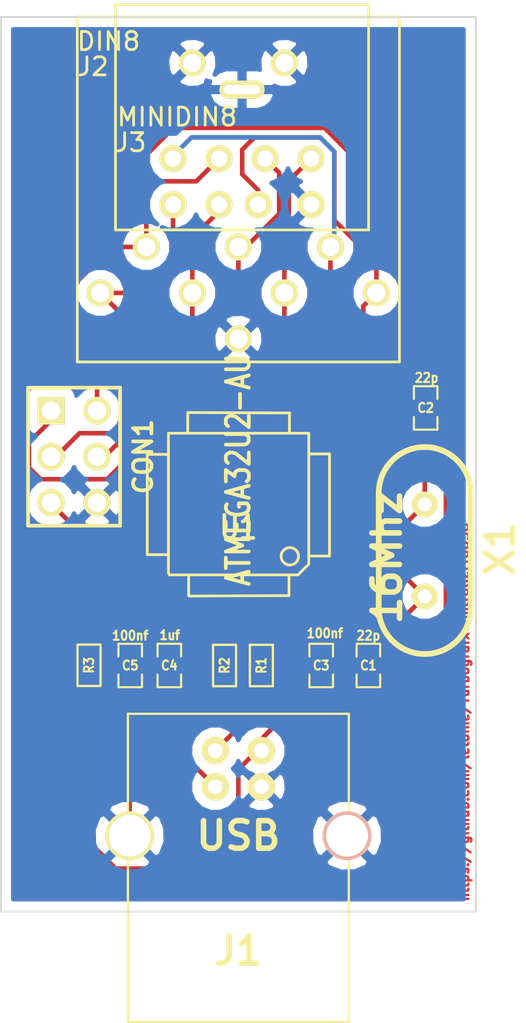
<source format=kicad_pcb>
(kicad_pcb (version 3) (host pcbnew "(22-Jun-2014 BZR 4027)-stable")

  (general
    (links 50)
    (no_connects 0)
    (area 196.8246 115.3962 233.540376 172.402501)
    (thickness 1.6)
    (drawings 8)
    (tracks 170)
    (zones 0)
    (modules 14)
    (nets 20)
  )

  (page A3)
  (layers
    (15 F.Cu signal)
    (0 B.Cu signal)
    (16 B.Adhes user)
    (17 F.Adhes user)
    (18 B.Paste user)
    (19 F.Paste user)
    (20 B.SilkS user)
    (21 F.SilkS user)
    (22 B.Mask user)
    (23 F.Mask user)
    (24 Dwgs.User user)
    (25 Cmts.User user)
    (26 Eco1.User user)
    (27 Eco2.User user)
    (28 Edge.Cuts user)
  )

  (setup
    (last_trace_width 0.254)
    (trace_clearance 0.254)
    (zone_clearance 0.508)
    (zone_45_only no)
    (trace_min 0.254)
    (segment_width 0.2)
    (edge_width 0.1)
    (via_size 0.889)
    (via_drill 0.635)
    (via_min_size 0.889)
    (via_min_drill 0.508)
    (uvia_size 0.508)
    (uvia_drill 0.127)
    (uvias_allowed no)
    (uvia_min_size 0.508)
    (uvia_min_drill 0.127)
    (pcb_text_width 0.3)
    (pcb_text_size 1.5 1.5)
    (mod_edge_width 0.15)
    (mod_text_size 1 1)
    (mod_text_width 0.15)
    (pad_size 1.5 1.5)
    (pad_drill 0.9)
    (pad_to_mask_clearance 0)
    (aux_axis_origin 210.566 158.0896)
    (visible_elements FFFFFFBF)
    (pcbplotparams
      (layerselection 3178497)
      (usegerberextensions true)
      (excludeedgelayer true)
      (linewidth 0.150000)
      (plotframeref false)
      (viasonmask false)
      (mode 1)
      (useauxorigin false)
      (hpglpennumber 1)
      (hpglpenspeed 20)
      (hpglpendiameter 15)
      (hpglpenoverlay 2)
      (psnegative false)
      (psa4output false)
      (plotreference true)
      (plotvalue true)
      (plotothertext true)
      (plotinvisibletext false)
      (padsonsilk false)
      (subtractmaskfromsilk false)
      (outputformat 1)
      (mirror false)
      (drillshape 1)
      (scaleselection 1)
      (outputdirectory ""))
  )

  (net 0 "")
  (net 1 DATA0)
  (net 2 DATA1)
  (net 3 DATA2)
  (net 4 DATA3)
  (net 5 DATA_SELECT)
  (net 6 GND)
  (net 7 MISO)
  (net 8 MOSI)
  (net 9 N-0000015)
  (net 10 N-0000016)
  (net 11 N-0000017)
  (net 12 N-0000025)
  (net 13 N-0000026)
  (net 14 N-0000027)
  (net 15 N-0000031)
  (net 16 RESET)
  (net 17 SCK)
  (net 18 VCC)
  (net 19 ~OE~)

  (net_class Default "Ceci est la Netclass par défaut"
    (clearance 0.254)
    (trace_width 0.254)
    (via_dia 0.889)
    (via_drill 0.635)
    (uvia_dia 0.508)
    (uvia_drill 0.127)
    (add_net "")
    (add_net DATA0)
    (add_net DATA1)
    (add_net DATA2)
    (add_net DATA3)
    (add_net DATA_SELECT)
    (add_net GND)
    (add_net MISO)
    (add_net MOSI)
    (add_net N-0000015)
    (add_net N-0000016)
    (add_net N-0000017)
    (add_net N-0000025)
    (add_net N-0000026)
    (add_net N-0000027)
    (add_net N-0000031)
    (add_net RESET)
    (add_net SCK)
    (add_net VCC)
    (add_net ~OE~)
  )

  (module USB_B (layer F.Cu) (tedit 48A935FA) (tstamp 53DD6FF2)
    (at 210.566 161.798)
    (tags USB)
    (path /53DB98C4)
    (fp_text reference J1 (at 0 6.35) (layer F.SilkS)
      (effects (font (size 1.524 1.524) (thickness 0.3048)))
    )
    (fp_text value USB (at 0 0) (layer F.SilkS)
      (effects (font (size 1.524 1.524) (thickness 0.3048)))
    )
    (fp_line (start -6.096 10.287) (end 6.096 10.287) (layer F.SilkS) (width 0.127))
    (fp_line (start 6.096 10.287) (end 6.096 -6.731) (layer F.SilkS) (width 0.127))
    (fp_line (start 6.096 -6.731) (end -6.096 -6.731) (layer F.SilkS) (width 0.127))
    (fp_line (start -6.096 -6.731) (end -6.096 10.287) (layer F.SilkS) (width 0.127))
    (pad 1 thru_hole circle (at 1.27 -4.699) (size 1.524 1.524) (drill 0.8128)
      (layers *.Cu *.Mask F.SilkS)
      (net 18 VCC)
    )
    (pad 2 thru_hole circle (at -1.27 -4.699) (size 1.524 1.524) (drill 0.8128)
      (layers *.Cu *.Mask F.SilkS)
      (net 10 N-0000016)
    )
    (pad 3 thru_hole circle (at -1.27 -2.70002) (size 1.524 1.524) (drill 0.8128)
      (layers *.Cu *.Mask F.SilkS)
      (net 11 N-0000017)
    )
    (pad 4 thru_hole circle (at 1.27 -2.70002) (size 1.524 1.524) (drill 0.8128)
      (layers *.Cu *.Mask F.SilkS)
      (net 6 GND)
    )
    (pad 5 np_thru_hole circle (at 5.99948 0) (size 2.70002 2.70002) (drill 2.30124)
      (layers *.Cu *.SilkS *.Mask)
      (net 6 GND)
    )
    (pad 6 thru_hole circle (at -5.99948 0) (size 2.70002 2.70002) (drill 2.30124)
      (layers *.Cu *.Mask F.SilkS)
      (net 6 GND)
    )
    (model connectors/USB_type_B.wrl
      (at (xyz 0 0 0.001))
      (scale (xyz 0.3937 0.3937 0.3937))
      (rotate (xyz 0 0 0))
    )
  )

  (module TQFP32 (layer F.Cu) (tedit 53DD7096) (tstamp 53DD7028)
    (at 210.566 143.51 180)
    (path /53DBB1ED)
    (fp_text reference U1 (at 0 -1.27 180) (layer F.SilkS)
      (effects (font (size 1.27 1.016) (thickness 0.2032)))
    )
    (fp_text value ATMEGA32U2-AU (at 0 1.905 270) (layer F.SilkS)
      (effects (font (size 1.27 1.016) (thickness 0.2032)))
    )
    (fp_line (start 5.0292 2.7686) (end 3.8862 2.7686) (layer F.SilkS) (width 0.1524))
    (fp_line (start 5.0292 -2.7686) (end 3.9116 -2.7686) (layer F.SilkS) (width 0.1524))
    (fp_line (start 5.0292 2.7686) (end 5.0292 -2.7686) (layer F.SilkS) (width 0.1524))
    (fp_line (start 2.794 3.9624) (end 2.794 5.0546) (layer F.SilkS) (width 0.1524))
    (fp_line (start -2.8194 3.9878) (end -2.8194 5.0546) (layer F.SilkS) (width 0.1524))
    (fp_line (start -2.8448 5.0546) (end 2.794 5.08) (layer F.SilkS) (width 0.1524))
    (fp_line (start -2.794 -5.0292) (end 2.7178 -5.0546) (layer F.SilkS) (width 0.1524))
    (fp_line (start -3.8862 -3.2766) (end -3.8862 3.9116) (layer F.SilkS) (width 0.1524))
    (fp_line (start 2.7432 -5.0292) (end 2.7432 -3.9878) (layer F.SilkS) (width 0.1524))
    (fp_line (start -3.2512 -3.8862) (end 3.81 -3.8862) (layer F.SilkS) (width 0.1524))
    (fp_line (start 3.8608 3.937) (end 3.8608 -3.7846) (layer F.SilkS) (width 0.1524))
    (fp_line (start -3.8862 3.937) (end 3.7338 3.937) (layer F.SilkS) (width 0.1524))
    (fp_line (start -5.0292 -2.8448) (end -5.0292 2.794) (layer F.SilkS) (width 0.1524))
    (fp_line (start -5.0292 2.794) (end -3.8862 2.794) (layer F.SilkS) (width 0.1524))
    (fp_line (start -3.87604 -3.302) (end -3.29184 -3.8862) (layer F.SilkS) (width 0.1524))
    (fp_line (start -5.02412 -2.8448) (end -3.87604 -2.8448) (layer F.SilkS) (width 0.1524))
    (fp_line (start -2.794 -3.8862) (end -2.794 -5.03428) (layer F.SilkS) (width 0.1524))
    (fp_circle (center -2.83972 -2.86004) (end -2.43332 -2.60604) (layer F.SilkS) (width 0.1524))
    (pad 8 smd rect (at -4.81584 2.77622 180) (size 1.99898 0.44958)
      (layers F.Cu F.Paste F.Mask)
      (net 4 DATA3)
    )
    (pad 7 smd rect (at -4.81584 1.97612 180) (size 1.99898 0.44958)
      (layers F.Cu F.Paste F.Mask)
      (net 2 DATA1)
    )
    (pad 6 smd rect (at -4.81584 1.17602 180) (size 1.99898 0.44958)
      (layers F.Cu F.Paste F.Mask)
      (net 19 ~OE~)
    )
    (pad 5 smd rect (at -4.81584 0.37592 180) (size 1.99898 0.44958)
      (layers F.Cu F.Paste F.Mask)
    )
    (pad 4 smd rect (at -4.81584 -0.42418 180) (size 1.99898 0.44958)
      (layers F.Cu F.Paste F.Mask)
      (net 18 VCC)
    )
    (pad 3 smd rect (at -4.81584 -1.22428 180) (size 1.99898 0.44958)
      (layers F.Cu F.Paste F.Mask)
      (net 6 GND)
    )
    (pad 2 smd rect (at -4.81584 -2.02438 180) (size 1.99898 0.44958)
      (layers F.Cu F.Paste F.Mask)
      (net 14 N-0000027)
    )
    (pad 1 smd rect (at -4.81584 -2.82448 180) (size 1.99898 0.44958)
      (layers F.Cu F.Paste F.Mask)
      (net 15 N-0000031)
    )
    (pad 24 smd rect (at 4.7498 -2.8194 180) (size 1.99898 0.44958)
      (layers F.Cu F.Paste F.Mask)
      (net 16 RESET)
    )
    (pad 17 smd rect (at 4.7498 2.794 180) (size 1.99898 0.44958)
      (layers F.Cu F.Paste F.Mask)
      (net 7 MISO)
    )
    (pad 18 smd rect (at 4.7498 1.9812 180) (size 1.99898 0.44958)
      (layers F.Cu F.Paste F.Mask)
    )
    (pad 19 smd rect (at 4.7498 1.1684 180) (size 1.99898 0.44958)
      (layers F.Cu F.Paste F.Mask)
    )
    (pad 20 smd rect (at 4.7498 0.381 180) (size 1.99898 0.44958)
      (layers F.Cu F.Paste F.Mask)
    )
    (pad 21 smd rect (at 4.7498 -0.4318 180) (size 1.99898 0.44958)
      (layers F.Cu F.Paste F.Mask)
    )
    (pad 22 smd rect (at 4.7498 -1.2192 180) (size 1.99898 0.44958)
      (layers F.Cu F.Paste F.Mask)
    )
    (pad 23 smd rect (at 4.7498 -2.032 180) (size 1.99898 0.44958)
      (layers F.Cu F.Paste F.Mask)
    )
    (pad 32 smd rect (at -2.82448 -4.826 180) (size 0.44958 1.99898)
      (layers F.Cu F.Paste F.Mask)
      (net 18 VCC)
    )
    (pad 31 smd rect (at -2.02692 -4.826 180) (size 0.44958 1.99898)
      (layers F.Cu F.Paste F.Mask)
      (net 18 VCC)
    )
    (pad 30 smd rect (at -1.22428 -4.826 180) (size 0.44958 1.99898)
      (layers F.Cu F.Paste F.Mask)
      (net 9 N-0000015)
    )
    (pad 29 smd rect (at -0.42672 -4.826 180) (size 0.44958 1.99898)
      (layers F.Cu F.Paste F.Mask)
      (net 13 N-0000026)
    )
    (pad 28 smd rect (at 0.37592 -4.826 180) (size 0.44958 1.99898)
      (layers F.Cu F.Paste F.Mask)
      (net 6 GND)
    )
    (pad 27 smd rect (at 1.17348 -4.826 180) (size 0.44958 1.99898)
      (layers F.Cu F.Paste F.Mask)
      (net 12 N-0000025)
    )
    (pad 26 smd rect (at 1.97612 -4.826 180) (size 0.44958 1.99898)
      (layers F.Cu F.Paste F.Mask)
    )
    (pad 25 smd rect (at 2.77368 -4.826 180) (size 0.44958 1.99898)
      (layers F.Cu F.Paste F.Mask)
    )
    (pad 9 smd rect (at -2.8194 4.7752 180) (size 0.44958 1.99898)
      (layers F.Cu F.Paste F.Mask)
      (net 1 DATA0)
    )
    (pad 10 smd rect (at -2.032 4.7752 180) (size 0.44958 1.99898)
      (layers F.Cu F.Paste F.Mask)
      (net 3 DATA2)
    )
    (pad 11 smd rect (at -1.2192 4.7752 180) (size 0.44958 1.99898)
      (layers F.Cu F.Paste F.Mask)
      (net 5 DATA_SELECT)
    )
    (pad 12 smd rect (at -0.4318 4.7752 180) (size 0.44958 1.99898)
      (layers F.Cu F.Paste F.Mask)
    )
    (pad 13 smd rect (at 0.3556 4.7752 180) (size 0.44958 1.99898)
      (layers F.Cu F.Paste F.Mask)
    )
    (pad 14 smd rect (at 1.1684 4.7752 180) (size 0.44958 1.99898)
      (layers F.Cu F.Paste F.Mask)
    )
    (pad 15 smd rect (at 1.9812 4.7752 180) (size 0.44958 1.99898)
      (layers F.Cu F.Paste F.Mask)
      (net 17 SCK)
    )
    (pad 16 smd rect (at 2.794 4.7752 180) (size 0.44958 1.99898)
      (layers F.Cu F.Paste F.Mask)
      (net 8 MOSI)
    )
    (model smd/tqfp32.wrl
      (at (xyz 0 0 0))
      (scale (xyz 1 1 1))
      (rotate (xyz 0 0 0))
    )
  )

  (module SM0603_Capa (layer F.Cu) (tedit 5467CB09) (tstamp 53DD7034)
    (at 206.756 152.4 90)
    (path /53DC158C)
    (attr smd)
    (fp_text reference C4 (at 0 0 180) (layer F.SilkS)
      (effects (font (size 0.508 0.4572) (thickness 0.1143)))
    )
    (fp_text value 1uf (at 1.6764 0.0254 180) (layer F.SilkS)
      (effects (font (size 0.508 0.4572) (thickness 0.1143)))
    )
    (fp_line (start 0.50038 0.65024) (end 1.19888 0.65024) (layer F.SilkS) (width 0.11938))
    (fp_line (start -0.50038 0.65024) (end -1.19888 0.65024) (layer F.SilkS) (width 0.11938))
    (fp_line (start 0.50038 -0.65024) (end 1.19888 -0.65024) (layer F.SilkS) (width 0.11938))
    (fp_line (start -1.19888 -0.65024) (end -0.50038 -0.65024) (layer F.SilkS) (width 0.11938))
    (fp_line (start 1.19888 -0.635) (end 1.19888 0.635) (layer F.SilkS) (width 0.11938))
    (fp_line (start -1.19888 0.635) (end -1.19888 -0.635) (layer F.SilkS) (width 0.11938))
    (pad 1 smd rect (at -0.762 0 90) (size 0.635 1.143)
      (layers F.Cu F.Paste F.Mask)
      (net 6 GND)
    )
    (pad 2 smd rect (at 0.762 0 90) (size 0.635 1.143)
      (layers F.Cu F.Paste F.Mask)
      (net 12 N-0000025)
    )
    (model smd\capacitors\C0603.wrl
      (at (xyz 0 0 0.001))
      (scale (xyz 0.5 0.5 0.5))
      (rotate (xyz 0 0 0))
    )
  )

  (module SM0603_Capa (layer F.Cu) (tedit 5051B1EC) (tstamp 53DD7040)
    (at 217.7415 152.4 270)
    (path /53DC159B)
    (attr smd)
    (fp_text reference C1 (at 0 0 360) (layer F.SilkS)
      (effects (font (size 0.508 0.4572) (thickness 0.1143)))
    )
    (fp_text value 22p (at -1.651 0 360) (layer F.SilkS)
      (effects (font (size 0.508 0.4572) (thickness 0.1143)))
    )
    (fp_line (start 0.50038 0.65024) (end 1.19888 0.65024) (layer F.SilkS) (width 0.11938))
    (fp_line (start -0.50038 0.65024) (end -1.19888 0.65024) (layer F.SilkS) (width 0.11938))
    (fp_line (start 0.50038 -0.65024) (end 1.19888 -0.65024) (layer F.SilkS) (width 0.11938))
    (fp_line (start -1.19888 -0.65024) (end -0.50038 -0.65024) (layer F.SilkS) (width 0.11938))
    (fp_line (start 1.19888 -0.635) (end 1.19888 0.635) (layer F.SilkS) (width 0.11938))
    (fp_line (start -1.19888 0.635) (end -1.19888 -0.635) (layer F.SilkS) (width 0.11938))
    (pad 1 smd rect (at -0.762 0 270) (size 0.635 1.143)
      (layers F.Cu F.Paste F.Mask)
      (net 15 N-0000031)
    )
    (pad 2 smd rect (at 0.762 0 270) (size 0.635 1.143)
      (layers F.Cu F.Paste F.Mask)
      (net 6 GND)
    )
    (model smd\capacitors\C0603.wrl
      (at (xyz 0 0 0.001))
      (scale (xyz 0.5 0.5 0.5))
      (rotate (xyz 0 0 0))
    )
  )

  (module SM0603_Capa (layer F.Cu) (tedit 5467CB15) (tstamp 53DD704C)
    (at 220.9038 138.176 90)
    (path /53DC15AA)
    (attr smd)
    (fp_text reference C2 (at 0 0 180) (layer F.SilkS)
      (effects (font (size 0.508 0.4572) (thickness 0.1143)))
    )
    (fp_text value 22p (at 1.6637 0.0508 180) (layer F.SilkS)
      (effects (font (size 0.508 0.4572) (thickness 0.1143)))
    )
    (fp_line (start 0.50038 0.65024) (end 1.19888 0.65024) (layer F.SilkS) (width 0.11938))
    (fp_line (start -0.50038 0.65024) (end -1.19888 0.65024) (layer F.SilkS) (width 0.11938))
    (fp_line (start 0.50038 -0.65024) (end 1.19888 -0.65024) (layer F.SilkS) (width 0.11938))
    (fp_line (start -1.19888 -0.65024) (end -0.50038 -0.65024) (layer F.SilkS) (width 0.11938))
    (fp_line (start 1.19888 -0.635) (end 1.19888 0.635) (layer F.SilkS) (width 0.11938))
    (fp_line (start -1.19888 0.635) (end -1.19888 -0.635) (layer F.SilkS) (width 0.11938))
    (pad 1 smd rect (at -0.762 0 90) (size 0.635 1.143)
      (layers F.Cu F.Paste F.Mask)
      (net 14 N-0000027)
    )
    (pad 2 smd rect (at 0.762 0 90) (size 0.635 1.143)
      (layers F.Cu F.Paste F.Mask)
      (net 6 GND)
    )
    (model smd\capacitors\C0603.wrl
      (at (xyz 0 0 0.001))
      (scale (xyz 0.5 0.5 0.5))
      (rotate (xyz 0 0 0))
    )
  )

  (module SM0603_Capa (layer F.Cu) (tedit 5467CB03) (tstamp 53DD7058)
    (at 215.138 152.4 90)
    (path /53DD214D)
    (attr smd)
    (fp_text reference C3 (at 0 0 180) (layer F.SilkS)
      (effects (font (size 0.508 0.4572) (thickness 0.1143)))
    )
    (fp_text value 100nf (at 1.778 0.2032 180) (layer F.SilkS)
      (effects (font (size 0.508 0.4572) (thickness 0.1143)))
    )
    (fp_line (start 0.50038 0.65024) (end 1.19888 0.65024) (layer F.SilkS) (width 0.11938))
    (fp_line (start -0.50038 0.65024) (end -1.19888 0.65024) (layer F.SilkS) (width 0.11938))
    (fp_line (start 0.50038 -0.65024) (end 1.19888 -0.65024) (layer F.SilkS) (width 0.11938))
    (fp_line (start -1.19888 -0.65024) (end -0.50038 -0.65024) (layer F.SilkS) (width 0.11938))
    (fp_line (start 1.19888 -0.635) (end 1.19888 0.635) (layer F.SilkS) (width 0.11938))
    (fp_line (start -1.19888 0.635) (end -1.19888 -0.635) (layer F.SilkS) (width 0.11938))
    (pad 1 smd rect (at -0.762 0 90) (size 0.635 1.143)
      (layers F.Cu F.Paste F.Mask)
      (net 6 GND)
    )
    (pad 2 smd rect (at 0.762 0 90) (size 0.635 1.143)
      (layers F.Cu F.Paste F.Mask)
      (net 18 VCC)
    )
    (model smd\capacitors\C0603.wrl
      (at (xyz 0 0 0.001))
      (scale (xyz 0.5 0.5 0.5))
      (rotate (xyz 0 0 0))
    )
  )

  (module SM0603 (layer F.Cu) (tedit 4E43A3D1) (tstamp 53DD7062)
    (at 211.836 152.4 90)
    (path /53DBBAFE)
    (attr smd)
    (fp_text reference R1 (at 0 0 90) (layer F.SilkS)
      (effects (font (size 0.508 0.4572) (thickness 0.1143)))
    )
    (fp_text value 22ohms (at 0 0 90) (layer F.SilkS) hide
      (effects (font (size 0.508 0.4572) (thickness 0.1143)))
    )
    (fp_line (start -1.143 -0.635) (end 1.143 -0.635) (layer F.SilkS) (width 0.127))
    (fp_line (start 1.143 -0.635) (end 1.143 0.635) (layer F.SilkS) (width 0.127))
    (fp_line (start 1.143 0.635) (end -1.143 0.635) (layer F.SilkS) (width 0.127))
    (fp_line (start -1.143 0.635) (end -1.143 -0.635) (layer F.SilkS) (width 0.127))
    (pad 1 smd rect (at -0.762 0 90) (size 0.635 1.143)
      (layers F.Cu F.Paste F.Mask)
      (net 10 N-0000016)
    )
    (pad 2 smd rect (at 0.762 0 90) (size 0.635 1.143)
      (layers F.Cu F.Paste F.Mask)
      (net 9 N-0000015)
    )
    (model smd\resistors\R0603.wrl
      (at (xyz 0 0 0.001))
      (scale (xyz 0.5 0.5 0.5))
      (rotate (xyz 0 0 0))
    )
  )

  (module SM0603 (layer F.Cu) (tedit 4E43A3D1) (tstamp 53DD706C)
    (at 209.804 152.4 90)
    (path /53DBBB0D)
    (attr smd)
    (fp_text reference R2 (at 0 0 90) (layer F.SilkS)
      (effects (font (size 0.508 0.4572) (thickness 0.1143)))
    )
    (fp_text value 22ohms (at 0 0 90) (layer F.SilkS) hide
      (effects (font (size 0.508 0.4572) (thickness 0.1143)))
    )
    (fp_line (start -1.143 -0.635) (end 1.143 -0.635) (layer F.SilkS) (width 0.127))
    (fp_line (start 1.143 -0.635) (end 1.143 0.635) (layer F.SilkS) (width 0.127))
    (fp_line (start 1.143 0.635) (end -1.143 0.635) (layer F.SilkS) (width 0.127))
    (fp_line (start -1.143 0.635) (end -1.143 -0.635) (layer F.SilkS) (width 0.127))
    (pad 1 smd rect (at -0.762 0 90) (size 0.635 1.143)
      (layers F.Cu F.Paste F.Mask)
      (net 11 N-0000017)
    )
    (pad 2 smd rect (at 0.762 0 90) (size 0.635 1.143)
      (layers F.Cu F.Paste F.Mask)
      (net 13 N-0000026)
    )
    (model smd\resistors\R0603.wrl
      (at (xyz 0 0 0.001))
      (scale (xyz 0.5 0.5 0.5))
      (rotate (xyz 0 0 0))
    )
  )

  (module SM0603 (layer F.Cu) (tedit 4E43A3D1) (tstamp 53DD7076)
    (at 202.3237 152.3873 90)
    (path /53DC1CB7)
    (attr smd)
    (fp_text reference R3 (at 0 0 90) (layer F.SilkS)
      (effects (font (size 0.508 0.4572) (thickness 0.1143)))
    )
    (fp_text value 10K (at 0 0 90) (layer F.SilkS) hide
      (effects (font (size 0.508 0.4572) (thickness 0.1143)))
    )
    (fp_line (start -1.143 -0.635) (end 1.143 -0.635) (layer F.SilkS) (width 0.127))
    (fp_line (start 1.143 -0.635) (end 1.143 0.635) (layer F.SilkS) (width 0.127))
    (fp_line (start 1.143 0.635) (end -1.143 0.635) (layer F.SilkS) (width 0.127))
    (fp_line (start -1.143 0.635) (end -1.143 -0.635) (layer F.SilkS) (width 0.127))
    (pad 1 smd rect (at -0.762 0 90) (size 0.635 1.143)
      (layers F.Cu F.Paste F.Mask)
      (net 18 VCC)
    )
    (pad 2 smd rect (at 0.762 0 90) (size 0.635 1.143)
      (layers F.Cu F.Paste F.Mask)
      (net 16 RESET)
    )
    (model smd\resistors\R0603.wrl
      (at (xyz 0 0 0.001))
      (scale (xyz 0.5 0.5 0.5))
      (rotate (xyz 0 0 0))
    )
  )

  (module pin_array_3x2 (layer F.Cu) (tedit 42931587) (tstamp 53DD7084)
    (at 201.4982 140.8684 270)
    (descr "Double rangee de contacts 2 x 4 pins")
    (tags CONN)
    (path /53DC1AF4)
    (fp_text reference CON1 (at 0 -3.81 270) (layer F.SilkS)
      (effects (font (size 1.016 1.016) (thickness 0.2032)))
    )
    (fp_text value AVR-ISP6 (at 0 3.81 270) (layer F.SilkS) hide
      (effects (font (size 1.016 1.016) (thickness 0.2032)))
    )
    (fp_line (start 3.81 2.54) (end -3.81 2.54) (layer F.SilkS) (width 0.2032))
    (fp_line (start -3.81 -2.54) (end 3.81 -2.54) (layer F.SilkS) (width 0.2032))
    (fp_line (start 3.81 -2.54) (end 3.81 2.54) (layer F.SilkS) (width 0.2032))
    (fp_line (start -3.81 2.54) (end -3.81 -2.54) (layer F.SilkS) (width 0.2032))
    (pad 1 thru_hole rect (at -2.54 1.27 270) (size 1.524 1.524) (drill 1.016)
      (layers *.Cu *.Mask F.SilkS)
      (net 7 MISO)
    )
    (pad 2 thru_hole circle (at -2.54 -1.27 270) (size 1.524 1.524) (drill 1.016)
      (layers *.Cu *.Mask F.SilkS)
      (net 18 VCC)
    )
    (pad 3 thru_hole circle (at 0 1.27 270) (size 1.524 1.524) (drill 1.016)
      (layers *.Cu *.Mask F.SilkS)
      (net 17 SCK)
    )
    (pad 4 thru_hole circle (at 0 -1.27 270) (size 1.524 1.524) (drill 1.016)
      (layers *.Cu *.Mask F.SilkS)
      (net 8 MOSI)
    )
    (pad 5 thru_hole circle (at 2.54 1.27 270) (size 1.524 1.524) (drill 1.016)
      (layers *.Cu *.Mask F.SilkS)
      (net 16 RESET)
    )
    (pad 6 thru_hole circle (at 2.54 -1.27 270) (size 1.524 1.524) (drill 1.016)
      (layers *.Cu *.Mask F.SilkS)
      (net 6 GND)
    )
    (model pin_array/pins_array_3x2.wrl
      (at (xyz 0 0 0))
      (scale (xyz 1 1 1))
      (rotate (xyz 0 0 0))
    )
  )

  (module HC-49V (layer F.Cu) (tedit 5467CB25) (tstamp 53DD7090)
    (at 220.853 146.05 90)
    (descr "Quartz boitier HC-49 Vertical")
    (tags "QUARTZ DEV")
    (path /53DBBAE1)
    (autoplace_cost180 10)
    (fp_text reference X1 (at 0.0889 4.1656 90) (layer F.SilkS)
      (effects (font (size 1.524 1.524) (thickness 0.3048)))
    )
    (fp_text value 16Mhz (at -0.4064 -2.0828 90) (layer F.SilkS)
      (effects (font (size 1.524 1.524) (thickness 0.3048)))
    )
    (fp_line (start -3.175 2.54) (end 3.175 2.54) (layer F.SilkS) (width 0.3175))
    (fp_line (start -3.175 -2.54) (end 3.175 -2.54) (layer F.SilkS) (width 0.3175))
    (fp_arc (start 3.175 0) (end 3.175 -2.54) (angle 90) (layer F.SilkS) (width 0.3175))
    (fp_arc (start 3.175 0) (end 5.715 0) (angle 90) (layer F.SilkS) (width 0.3175))
    (fp_arc (start -3.175 0) (end -5.715 0) (angle 90) (layer F.SilkS) (width 0.3175))
    (fp_arc (start -3.175 0) (end -3.175 2.54) (angle 90) (layer F.SilkS) (width 0.3175))
    (pad 1 thru_hole circle (at -2.54 0 90) (size 1.4224 1.4224) (drill 0.762)
      (layers *.Cu *.Mask F.SilkS)
      (net 15 N-0000031)
    )
    (pad 2 thru_hole circle (at 2.54 0 90) (size 1.4224 1.4224) (drill 0.762)
      (layers *.Cu *.Mask F.SilkS)
      (net 14 N-0000027)
    )
    (model discret/xtal/crystal_hc18u_vertical.wrl
      (at (xyz 0 0 0))
      (scale (xyz 1 1 0.2))
      (rotate (xyz 0 0 0))
    )
  )

  (module SM0603_Capa (layer F.Cu) (tedit 5051B1EC) (tstamp 53DE7E6D)
    (at 204.597 152.4 270)
    (path /53DE7D03)
    (attr smd)
    (fp_text reference C5 (at 0 0 360) (layer F.SilkS)
      (effects (font (size 0.508 0.4572) (thickness 0.1143)))
    )
    (fp_text value 100nf (at -1.651 0 360) (layer F.SilkS)
      (effects (font (size 0.508 0.4572) (thickness 0.1143)))
    )
    (fp_line (start 0.50038 0.65024) (end 1.19888 0.65024) (layer F.SilkS) (width 0.11938))
    (fp_line (start -0.50038 0.65024) (end -1.19888 0.65024) (layer F.SilkS) (width 0.11938))
    (fp_line (start 0.50038 -0.65024) (end 1.19888 -0.65024) (layer F.SilkS) (width 0.11938))
    (fp_line (start -1.19888 -0.65024) (end -0.50038 -0.65024) (layer F.SilkS) (width 0.11938))
    (fp_line (start 1.19888 -0.635) (end 1.19888 0.635) (layer F.SilkS) (width 0.11938))
    (fp_line (start -1.19888 0.635) (end -1.19888 -0.635) (layer F.SilkS) (width 0.11938))
    (pad 1 smd rect (at -0.762 0 270) (size 0.635 1.143)
      (layers F.Cu F.Paste F.Mask)
      (net 16 RESET)
    )
    (pad 2 smd rect (at 0.762 0 270) (size 0.635 1.143)
      (layers F.Cu F.Paste F.Mask)
      (net 6 GND)
    )
    (model smd\capacitors\C0603.wrl
      (at (xyz 0 0 0.001))
      (scale (xyz 0.5 0.5 0.5))
      (rotate (xyz 0 0 0))
    )
  )

  (module DIN-8-FEMALE (layer F.Cu) (tedit 5467CAA9) (tstamp 53E0EA70)
    (at 210.566 126.746 180)
    (path /53E0D96A)
    (fp_text reference J2 (at 8.0264 7.4168 180) (layer F.SilkS)
      (effects (font (size 1 1) (thickness 0.15)))
    )
    (fp_text value DIN8 (at 7.1628 8.8138 180) (layer F.SilkS)
      (effects (font (size 1 1) (thickness 0.15)))
    )
    (fp_line (start -8.89 -8.89) (end -8.89 10.16) (layer F.SilkS) (width 0.15))
    (fp_line (start -8.89 10.16) (end 8.89 10.16) (layer F.SilkS) (width 0.15))
    (fp_line (start 8.89 10.16) (end 8.89 -8.89) (layer F.SilkS) (width 0.15))
    (fp_line (start -8.89 -8.89) (end 8.89 -8.89) (layer F.SilkS) (width 0.15))
    (pad 1 thru_hole circle (at 5.08 -2.54 180) (size 1.5 1.5) (drill 1)
      (layers *.Cu *.Mask F.SilkS)
      (net 18 VCC)
    )
    (pad 2 thru_hole circle (at 0 -2.54 180) (size 1.5 1.5) (drill 1)
      (layers *.Cu *.Mask F.SilkS)
      (net 1 DATA0)
    )
    (pad 3 thru_hole circle (at -5.08 -2.54 180) (size 1.5 1.5) (drill 1)
      (layers *.Cu *.Mask F.SilkS)
      (net 2 DATA1)
    )
    (pad 4 thru_hole circle (at 2.54 -5.08 180) (size 1.5 1.5) (drill 1)
      (layers *.Cu *.Mask F.SilkS)
      (net 3 DATA2)
    )
    (pad 5 thru_hole circle (at -2.54 -5.08 180) (size 1.5 1.5) (drill 1)
      (layers *.Cu *.Mask F.SilkS)
      (net 4 DATA3)
    )
    (pad 6 thru_hole circle (at 7.62 -5.08 180) (size 1.5 1.5) (drill 1)
      (layers *.Cu *.Mask F.SilkS)
      (net 5 DATA_SELECT)
    )
    (pad 7 thru_hole circle (at -7.62 -5.08 180) (size 1.5 1.5) (drill 1)
      (layers *.Cu *.Mask F.SilkS)
      (net 19 ~OE~)
    )
    (pad 8 thru_hole circle (at 0 -7.62 180) (size 1.5 1.5) (drill 1)
      (layers *.Cu *.Mask F.SilkS)
      (net 6 GND)
    )
    (pad 9 thru_hole circle (at -2.54 7.62 180) (size 1.5 1.5) (drill 1)
      (layers *.Cu *.Mask F.SilkS)
      (net 6 GND)
    )
    (pad 9 thru_hole circle (at 2.54 7.62 180) (size 1.5 1.5) (drill 1)
      (layers *.Cu *.Mask F.SilkS)
      (net 6 GND)
    )
  )

  (module MINIDIN-8-FEMALE (layer F.Cu) (tedit 5467CAAE) (tstamp 5467B35F)
    (at 210.7692 115.9002)
    (path /5467B22D)
    (fp_text reference J3 (at -6.1468 7.62) (layer F.SilkS)
      (effects (font (size 1 1) (thickness 0.15)))
    )
    (fp_text value MINIDIN8 (at -3.5814 6.2103) (layer F.SilkS)
      (effects (font (size 1 1) (thickness 0.15)))
    )
    (fp_line (start -6.985 0) (end 6.985 0) (layer F.SilkS) (width 0.15))
    (fp_line (start 6.985 0) (end 6.985 12.446) (layer F.SilkS) (width 0.15))
    (fp_line (start 6.985 12.446) (end -6.985 12.446) (layer F.SilkS) (width 0.15))
    (fp_line (start -6.985 12.446) (end -6.985 0) (layer F.SilkS) (width 0.15))
    (pad 2 thru_hole circle (at 1.27 8.509) (size 1.5 1.5) (drill 0.9)
      (layers *.Cu *.Mask F.SilkS)
      (net 1 DATA0)
    )
    (pad 5 thru_hole circle (at 3.81 8.509) (size 1.5 1.5) (drill 0.9)
      (layers *.Cu *.Mask F.SilkS)
      (net 4 DATA3)
    )
    (pad 1 thru_hole circle (at -1.27 8.509) (size 1.5 1.5) (drill 0.9)
      (layers *.Cu *.Mask F.SilkS)
      (net 18 VCC)
    )
    (pad 3 thru_hole circle (at -3.81 8.509) (size 1.5 1.5) (drill 0.9)
      (layers *.Cu *.Mask F.SilkS)
      (net 2 DATA1)
    )
    (pad 6 thru_hole circle (at -3.81 11.049) (size 1.5 1.5) (drill 0.9)
      (layers *.Cu *.Mask F.SilkS)
      (net 5 DATA_SELECT)
    )
    (pad 7 thru_hole circle (at 0.889 11.049) (size 1.5 1.5) (drill 0.9)
      (layers *.Cu *.Mask F.SilkS)
      (net 19 ~OE~)
    )
    (pad 8 thru_hole circle (at 3.81 11.049) (size 1.5 1.5) (drill 0.9)
      (layers *.Cu *.Mask F.SilkS)
      (net 6 GND)
    )
    (pad 4 thru_hole circle (at -1.27 11.049) (size 1.5 1.5) (drill 0.9)
      (layers *.Cu *.Mask F.SilkS)
      (net 3 DATA2)
    )
    (pad 9 thru_hole oval (at 0 4.699) (size 2.5 1) (drill oval 2 0.5)
      (layers *.Cu *.Mask F.SilkS)
      (net 6 GND)
    )
  )

  (gr_line (start 223.6724 165.989) (end 197.4596 165.989) (angle 90) (layer Edge.Cuts) (width 0.1))
  (gr_line (start 223.6724 116.586) (end 223.6724 165.989) (angle 90) (layer Edge.Cuts) (width 0.1))
  (gr_line (start 197.4596 116.586) (end 223.6724 116.586) (angle 90) (layer Edge.Cuts) (width 0.1))
  (gr_line (start 197.4596 165.989) (end 197.4596 116.586) (angle 90) (layer Edge.Cuts) (width 0.1))
  (gr_text "Copyright 2014 antoine terrienne" (at 221.1324 158.877 90) (layer F.Cu)
    (effects (font (size 0.5 0.5) (thickness 0.125)))
  )
  (gr_text https://github.com/letoine/TurbografxControllerToUSB (at 223.0374 154.9654 90) (layer F.Cu)
    (effects (font (size 0.5 0.5) (thickness 0.125)))
  )
  (gr_text "TurbografxControllerToUSB v1.0" (at 222.0976 159.258 90) (layer F.Cu)
    (effects (font (size 0.5 0.5) (thickness 0.125)))
  )
  (gr_line (start 223.67494 165.99662) (end 223.67494 120.65762) (angle 90) (layer Edge.Cuts) (width 0.1))

  (segment (start 210.566 129.286) (end 210.98764 129.286) (width 0.254) (layer F.Cu) (net 1))
  (segment (start 212.81898 125.18898) (end 212.0392 124.4092) (width 0.254) (layer F.Cu) (net 1) (tstamp 5467C4E2))
  (segment (start 212.81898 127.45466) (end 212.81898 125.18898) (width 0.254) (layer F.Cu) (net 1) (tstamp 5467C4DF))
  (segment (start 210.98764 129.286) (end 212.81898 127.45466) (width 0.254) (layer F.Cu) (net 1) (tstamp 5467C4DB))
  (segment (start 213.3854 138.7348) (end 213.3854 134.6073) (width 0.254) (layer F.Cu) (net 1))
  (segment (start 210.566 131.7879) (end 210.566 129.286) (width 0.254) (layer F.Cu) (net 1) (tstamp 5467BD63))
  (segment (start 213.3854 134.6073) (end 210.566 131.7879) (width 0.254) (layer F.Cu) (net 1) (tstamp 5467BD5E))
  (segment (start 206.9592 124.4092) (end 206.9592 124.25934) (width 0.254) (layer B.Cu) (net 2))
  (segment (start 215.85682 129.07518) (end 215.646 129.286) (width 0.254) (layer B.Cu) (net 2) (tstamp 5467C54C))
  (segment (start 215.85682 124.01804) (end 215.85682 129.07518) (width 0.254) (layer B.Cu) (net 2) (tstamp 5467C546))
  (segment (start 215.07704 123.23826) (end 215.85682 124.01804) (width 0.254) (layer B.Cu) (net 2) (tstamp 5467C544))
  (segment (start 207.98028 123.23826) (end 215.07704 123.23826) (width 0.254) (layer B.Cu) (net 2) (tstamp 5467C540))
  (segment (start 206.9592 124.25934) (end 207.98028 123.23826) (width 0.254) (layer B.Cu) (net 2) (tstamp 5467C533))
  (segment (start 215.38184 141.53388) (end 216.70772 141.53388) (width 0.254) (layer F.Cu) (net 2))
  (segment (start 215.646 135.2677) (end 215.646 129.286) (width 0.254) (layer F.Cu) (net 2) (tstamp 5467BD33))
  (segment (start 216.916 136.5377) (end 215.646 135.2677) (width 0.254) (layer F.Cu) (net 2) (tstamp 5467BD2D))
  (segment (start 216.916 141.3256) (end 216.916 136.5377) (width 0.254) (layer F.Cu) (net 2) (tstamp 5467BD2A))
  (segment (start 216.70772 141.53388) (end 216.916 141.3256) (width 0.254) (layer F.Cu) (net 2) (tstamp 5467BD29))
  (segment (start 209.4992 126.9492) (end 209.4992 127.3175) (width 0.254) (layer F.Cu) (net 3))
  (segment (start 208.026 128.7907) (end 208.026 131.826) (width 0.254) (layer F.Cu) (net 3) (tstamp 5467C38E))
  (segment (start 209.4992 127.3175) (end 208.026 128.7907) (width 0.254) (layer F.Cu) (net 3) (tstamp 5467C38C))
  (segment (start 212.598 138.7348) (end 212.598 136.7917) (width 0.254) (layer F.Cu) (net 3))
  (segment (start 208.026 133.858) (end 208.026 131.826) (width 0.254) (layer F.Cu) (net 3) (tstamp 5467BD79))
  (segment (start 209.7532 135.5852) (end 208.026 133.858) (width 0.254) (layer F.Cu) (net 3) (tstamp 5467BD74))
  (segment (start 211.3915 135.5852) (end 209.7532 135.5852) (width 0.254) (layer F.Cu) (net 3) (tstamp 5467BD71))
  (segment (start 212.598 136.7917) (end 211.3915 135.5852) (width 0.254) (layer F.Cu) (net 3) (tstamp 5467BD6A))
  (segment (start 213.106 131.826) (end 213.106 127.94742) (width 0.254) (layer F.Cu) (net 4))
  (segment (start 213.34984 125.63856) (end 214.5792 124.4092) (width 0.254) (layer F.Cu) (net 4) (tstamp 5467C4EF))
  (segment (start 213.34984 127.70358) (end 213.34984 125.63856) (width 0.254) (layer F.Cu) (net 4) (tstamp 5467C4EB))
  (segment (start 213.106 127.94742) (end 213.34984 127.70358) (width 0.254) (layer F.Cu) (net 4) (tstamp 5467C4E7))
  (segment (start 215.38184 140.73378) (end 215.38184 135.75284) (width 0.254) (layer F.Cu) (net 4))
  (segment (start 213.106 133.477) (end 213.106 131.826) (width 0.254) (layer F.Cu) (net 4) (tstamp 5467BD25))
  (segment (start 215.38184 135.75284) (end 213.106 133.477) (width 0.254) (layer F.Cu) (net 4) (tstamp 5467BD1C))
  (segment (start 211.7852 138.7348) (end 211.7852 136.98474) (width 0.254) (layer F.Cu) (net 5))
  (segment (start 207.26146 136.14146) (end 202.946 131.826) (width 0.254) (layer F.Cu) (net 5) (tstamp 5467C523))
  (segment (start 210.94192 136.14146) (end 207.26146 136.14146) (width 0.254) (layer F.Cu) (net 5) (tstamp 5467C521))
  (segment (start 211.7852 136.98474) (end 210.94192 136.14146) (width 0.254) (layer F.Cu) (net 5) (tstamp 5467C51F))
  (segment (start 202.946 131.826) (end 205.5114 131.826) (width 0.254) (layer F.Cu) (net 5))
  (segment (start 206.9592 130.3782) (end 206.9592 126.9492) (width 0.254) (layer F.Cu) (net 5) (tstamp 5467C4C7))
  (segment (start 205.5114 131.826) (end 206.9592 130.3782) (width 0.254) (layer F.Cu) (net 5) (tstamp 5467C4C2))
  (segment (start 215.38184 144.73428) (end 216.65692 144.73428) (width 0.254) (layer F.Cu) (net 6))
  (segment (start 219.837 137.414) (end 220.9038 137.414) (width 0.254) (layer F.Cu) (net 6) (tstamp 5467BE66))
  (segment (start 218.567 138.684) (end 219.837 137.414) (width 0.254) (layer F.Cu) (net 6) (tstamp 5467BE64))
  (segment (start 218.567 142.8242) (end 218.567 138.684) (width 0.254) (layer F.Cu) (net 6) (tstamp 5467BE61))
  (segment (start 216.65692 144.73428) (end 218.567 142.8242) (width 0.254) (layer F.Cu) (net 6) (tstamp 5467BE5F))
  (segment (start 215.138 153.162) (end 217.7415 153.162) (width 0.254) (layer F.Cu) (net 6))
  (segment (start 204.597 153.162) (end 204.56652 153.19248) (width 0.254) (layer F.Cu) (net 6))
  (segment (start 204.56652 153.19248) (end 204.56652 161.798) (width 0.254) (layer F.Cu) (net 6) (tstamp 53DE7EEA))
  (segment (start 206.756 153.162) (end 204.597 153.162) (width 0.254) (layer F.Cu) (net 6))
  (segment (start 210.19008 148.336) (end 210.206788 148.352708) (width 0.254) (layer F.Cu) (net 6))
  (segment (start 206.883 153.289) (end 206.756 153.162) (width 0.254) (layer F.Cu) (net 6) (tstamp 53DE7ED9))
  (segment (start 207.772 153.289) (end 206.883 153.289) (width 0.254) (layer F.Cu) (net 6) (tstamp 53DE7ED4))
  (segment (start 208.153 152.908) (end 207.772 153.289) (width 0.254) (layer F.Cu) (net 6) (tstamp 53DE7ED1))
  (segment (start 208.153 151.13) (end 208.153 152.908) (width 0.254) (layer F.Cu) (net 6) (tstamp 53DE7ECC))
  (segment (start 208.661 150.622) (end 208.153 151.13) (width 0.254) (layer F.Cu) (net 6) (tstamp 53DE7EC8))
  (segment (start 208.788 150.622) (end 208.661 150.622) (width 0.254) (layer F.Cu) (net 6) (tstamp 53DE7EC5))
  (segment (start 209.042 150.622) (end 208.788 150.622) (width 0.254) (layer F.Cu) (net 6) (tstamp 53DE7EBD))
  (segment (start 210.206788 149.457212) (end 209.042 150.622) (width 0.254) (layer F.Cu) (net 6) (tstamp 53DE7EBB))
  (segment (start 210.206788 148.352708) (end 210.206788 149.457212) (width 0.254) (layer F.Cu) (net 6) (tstamp 53DE7EBA))
  (segment (start 215.138 153.162) (end 215.138 155.79598) (width 0.254) (layer F.Cu) (net 6))
  (segment (start 215.138 155.79598) (end 211.836 159.09798) (width 0.254) (layer F.Cu) (net 6) (tstamp 53DE49FB))
  (segment (start 210.19008 148.336) (end 210.19008 147.31492) (width 0.254) (layer F.Cu) (net 6))
  (segment (start 212.77072 144.73428) (end 215.38184 144.73428) (width 0.254) (layer F.Cu) (net 6) (tstamp 53DE49BE))
  (segment (start 210.19008 147.31492) (end 212.77072 144.73428) (width 0.254) (layer F.Cu) (net 6) (tstamp 53DE49BA))
  (segment (start 200.2282 138.3284) (end 200.2282 138.8618) (width 0.254) (layer F.Cu) (net 7))
  (segment (start 204.343 140.716) (end 205.8162 140.716) (width 0.254) (layer F.Cu) (net 7) (tstamp 5467C6AB))
  (segment (start 204.089 140.97) (end 204.343 140.716) (width 0.254) (layer F.Cu) (net 7) (tstamp 5467C6A9))
  (segment (start 204.089 141.351) (end 204.089 140.97) (width 0.254) (layer F.Cu) (net 7) (tstamp 5467C6A8))
  (segment (start 203.327 142.113) (end 204.089 141.351) (width 0.254) (layer F.Cu) (net 7) (tstamp 5467C6A7))
  (segment (start 199.644 142.113) (end 203.327 142.113) (width 0.254) (layer F.Cu) (net 7) (tstamp 5467C6A6))
  (segment (start 199.009 141.478) (end 199.644 142.113) (width 0.254) (layer F.Cu) (net 7) (tstamp 5467C6A5))
  (segment (start 199.009 140.081) (end 199.009 141.478) (width 0.254) (layer F.Cu) (net 7) (tstamp 5467C6A3))
  (segment (start 200.2282 138.8618) (end 199.009 140.081) (width 0.254) (layer F.Cu) (net 7) (tstamp 5467C6A2))
  (segment (start 202.7682 140.8684) (end 203.1746 140.8684) (width 0.254) (layer F.Cu) (net 8))
  (segment (start 205.3082 138.7348) (end 207.772 138.7348) (width 0.254) (layer F.Cu) (net 8) (tstamp 5467C68D))
  (segment (start 203.1746 140.8684) (end 205.3082 138.7348) (width 0.254) (layer F.Cu) (net 8) (tstamp 5467C684))
  (segment (start 211.836 151.638) (end 211.836 148.38172) (width 0.254) (layer F.Cu) (net 9))
  (segment (start 211.836 148.38172) (end 211.79028 148.336) (width 0.254) (layer F.Cu) (net 9) (tstamp 53DE4E09))
  (segment (start 211.836 153.162) (end 211.836 154.559) (width 0.254) (layer F.Cu) (net 10))
  (segment (start 211.836 154.559) (end 209.296 157.099) (width 0.254) (layer F.Cu) (net 10) (tstamp 53DE49D1))
  (segment (start 209.804 153.162) (end 209.804 153.797) (width 0.254) (layer F.Cu) (net 11))
  (segment (start 207.518 157.31998) (end 209.296 159.09798) (width 0.254) (layer F.Cu) (net 11) (tstamp 53DE49E0))
  (segment (start 207.518 156.083) (end 207.518 157.31998) (width 0.254) (layer F.Cu) (net 11) (tstamp 53DE49DC))
  (segment (start 209.804 153.797) (end 207.518 156.083) (width 0.254) (layer F.Cu) (net 11) (tstamp 53DE49D8))
  (segment (start 206.756 151.638) (end 208.385212 150.008788) (width 0.254) (layer F.Cu) (net 12))
  (segment (start 209.423 148.36648) (end 209.39252 148.336) (width 0.254) (layer F.Cu) (net 12) (tstamp 53DE7F08))
  (segment (start 209.423 149.479) (end 209.423 148.36648) (width 0.254) (layer F.Cu) (net 12) (tstamp 53DE7F06))
  (segment (start 208.936788 149.965212) (end 209.423 149.479) (width 0.254) (layer F.Cu) (net 12) (tstamp 53DE7F03))
  (segment (start 208.936788 150.008788) (end 208.936788 149.965212) (width 0.254) (layer F.Cu) (net 12) (tstamp 53DE7F00))
  (segment (start 208.385212 150.008788) (end 208.936788 150.008788) (width 0.254) (layer F.Cu) (net 12) (tstamp 53DE7EF4))
  (segment (start 210.99272 148.336) (end 210.99272 149.43328) (width 0.254) (layer F.Cu) (net 13))
  (segment (start 209.804 150.622) (end 209.804 151.638) (width 0.254) (layer F.Cu) (net 13) (tstamp 53DE4996))
  (segment (start 210.99272 149.43328) (end 209.804 150.622) (width 0.254) (layer F.Cu) (net 13) (tstamp 53DE4991))
  (segment (start 220.853 143.51) (end 220.853 138.9888) (width 0.254) (layer F.Cu) (net 14))
  (segment (start 220.853 138.9888) (end 220.9038 138.938) (width 0.254) (layer F.Cu) (net 14) (tstamp 5467BA33))
  (segment (start 215.38184 145.53438) (end 215.38946 145.542) (width 0.254) (layer F.Cu) (net 14))
  (segment (start 218.821 145.542) (end 220.853 143.51) (width 0.254) (layer F.Cu) (net 14) (tstamp 53DE5ED4))
  (segment (start 215.38946 145.542) (end 218.821 145.542) (width 0.254) (layer F.Cu) (net 14) (tstamp 53DE5ED1))
  (segment (start 217.7415 151.638) (end 217.805 151.638) (width 0.254) (layer F.Cu) (net 15))
  (segment (start 217.805 151.638) (end 220.853 148.59) (width 0.254) (layer F.Cu) (net 15) (tstamp 5467BA2F))
  (segment (start 215.38184 146.33448) (end 215.47836 146.431) (width 0.254) (layer F.Cu) (net 15))
  (segment (start 218.694 146.431) (end 220.853 148.59) (width 0.254) (layer F.Cu) (net 15) (tstamp 53DE5EDA))
  (segment (start 215.47836 146.431) (end 218.694 146.431) (width 0.254) (layer F.Cu) (net 15) (tstamp 53DE5ED9))
  (segment (start 200.2282 143.4084) (end 200.2282 143.4592) (width 0.254) (layer F.Cu) (net 16))
  (segment (start 203.0984 146.3294) (end 205.8162 146.3294) (width 0.254) (layer F.Cu) (net 16) (tstamp 5467C6C5))
  (segment (start 200.2282 143.4592) (end 203.0984 146.3294) (width 0.254) (layer F.Cu) (net 16) (tstamp 5467C6C2))
  (segment (start 202.3237 151.6253) (end 204.5843 151.6253) (width 0.254) (layer F.Cu) (net 16))
  (segment (start 204.5843 151.6253) (end 204.597 151.638) (width 0.254) (layer F.Cu) (net 16) (tstamp 5467C172))
  (segment (start 204.597 151.638) (end 205.8162 150.4188) (width 0.254) (layer F.Cu) (net 16))
  (segment (start 205.8162 150.4188) (end 205.8162 146.3294) (width 0.254) (layer F.Cu) (net 16) (tstamp 53DE7EEF))
  (segment (start 200.2282 140.8684) (end 200.5076 140.8684) (width 0.254) (layer F.Cu) (net 17))
  (segment (start 208.5848 137.4648) (end 208.5848 138.7348) (width 0.254) (layer F.Cu) (net 17) (tstamp 5467C69F))
  (segment (start 208.153 137.033) (end 208.5848 137.4648) (width 0.254) (layer F.Cu) (net 17) (tstamp 5467C69E))
  (segment (start 206.121 137.033) (end 208.153 137.033) (width 0.254) (layer F.Cu) (net 17) (tstamp 5467C69C))
  (segment (start 203.581 139.573) (end 206.121 137.033) (width 0.254) (layer F.Cu) (net 17) (tstamp 5467C699))
  (segment (start 201.803 139.573) (end 203.581 139.573) (width 0.254) (layer F.Cu) (net 17) (tstamp 5467C695))
  (segment (start 200.5076 140.8684) (end 201.803 139.573) (width 0.254) (layer F.Cu) (net 17) (tstamp 5467C694))
  (segment (start 202.7682 138.3284) (end 202.7682 133.8072) (width 0.254) (layer F.Cu) (net 18))
  (segment (start 203.581 129.286) (end 205.486 129.286) (width 0.254) (layer F.Cu) (net 18) (tstamp 5467C6BB))
  (segment (start 201.549 131.318) (end 203.581 129.286) (width 0.254) (layer F.Cu) (net 18) (tstamp 5467C6B9))
  (segment (start 201.549 132.588) (end 201.549 131.318) (width 0.254) (layer F.Cu) (net 18) (tstamp 5467C6B7))
  (segment (start 202.7682 133.8072) (end 201.549 132.588) (width 0.254) (layer F.Cu) (net 18) (tstamp 5467C6B2))
  (segment (start 205.486 125.66142) (end 208.24698 125.66142) (width 0.254) (layer F.Cu) (net 18))
  (segment (start 208.24698 125.66142) (end 209.4992 124.4092) (width 0.254) (layer F.Cu) (net 18) (tstamp 5467C572))
  (segment (start 222.0214 136.9314) (end 222.0214 129.41046) (width 0.254) (layer F.Cu) (net 18))
  (segment (start 205.486 124.20346) (end 205.486 125.66142) (width 0.254) (layer F.Cu) (net 18) (tstamp 5467C56C))
  (segment (start 205.486 125.66142) (end 205.486 129.286) (width 0.254) (layer F.Cu) (net 18) (tstamp 5467C570))
  (segment (start 206.97698 122.71248) (end 205.486 124.20346) (width 0.254) (layer F.Cu) (net 18) (tstamp 5467C566))
  (segment (start 215.32342 122.71248) (end 206.97698 122.71248) (width 0.254) (layer F.Cu) (net 18) (tstamp 5467C562))
  (segment (start 222.0214 129.41046) (end 215.32342 122.71248) (width 0.254) (layer F.Cu) (net 18) (tstamp 5467C55C))
  (segment (start 211.836 157.099) (end 211.6074 157.099) (width 0.254) (layer F.Cu) (net 18))
  (segment (start 202.3237 162.1409) (end 202.3237 153.1493) (width 0.254) (layer F.Cu) (net 18) (tstamp 5467C18C))
  (segment (start 203.7969 163.6141) (end 202.3237 162.1409) (width 0.254) (layer F.Cu) (net 18) (tstamp 5467C18A))
  (segment (start 208.5467 163.6141) (end 203.7969 163.6141) (width 0.254) (layer F.Cu) (net 18) (tstamp 5467C188))
  (segment (start 210.566 161.5948) (end 208.5467 163.6141) (width 0.254) (layer F.Cu) (net 18) (tstamp 5467C181))
  (segment (start 210.566 158.1404) (end 210.566 161.5948) (width 0.254) (layer F.Cu) (net 18) (tstamp 5467C17C))
  (segment (start 211.6074 157.099) (end 210.566 158.1404) (width 0.254) (layer F.Cu) (net 18) (tstamp 5467C175))
  (segment (start 215.138 151.638) (end 215.9254 151.638) (width 0.254) (layer F.Cu) (net 18))
  (segment (start 216.50452 143.93418) (end 215.38184 143.93418) (width 0.254) (layer F.Cu) (net 18) (tstamp 5467BE5B))
  (segment (start 218.0209 142.4178) (end 216.50452 143.93418) (width 0.254) (layer F.Cu) (net 18) (tstamp 5467BE57))
  (segment (start 218.0209 136.3853) (end 218.0209 142.4178) (width 0.254) (layer F.Cu) (net 18) (tstamp 5467BE55))
  (segment (start 218.8845 135.5217) (end 218.0209 136.3853) (width 0.254) (layer F.Cu) (net 18) (tstamp 5467BE53))
  (segment (start 221.0435 135.5217) (end 218.8845 135.5217) (width 0.254) (layer F.Cu) (net 18) (tstamp 5467BE4F))
  (segment (start 222.0214 136.4996) (end 221.0435 135.5217) (width 0.254) (layer F.Cu) (net 18) (tstamp 5467BE4B))
  (segment (start 222.0214 149.4917) (end 222.0214 136.9314) (width 0.254) (layer F.Cu) (net 18) (tstamp 5467BE43))
  (segment (start 222.0214 136.9314) (end 222.0214 136.4996) (width 0.254) (layer F.Cu) (net 18) (tstamp 5467C55A))
  (segment (start 219.1512 152.3619) (end 222.0214 149.4917) (width 0.254) (layer F.Cu) (net 18) (tstamp 5467BE40))
  (segment (start 216.6493 152.3619) (end 219.1512 152.3619) (width 0.254) (layer F.Cu) (net 18) (tstamp 5467BE3A))
  (segment (start 215.9254 151.638) (end 216.6493 152.3619) (width 0.254) (layer F.Cu) (net 18) (tstamp 5467BE38))
  (segment (start 215.138 151.638) (end 213.39048 151.638) (width 0.254) (layer F.Cu) (net 18))
  (segment (start 213.39048 151.638) (end 213.487 151.638) (width 0.254) (layer F.Cu) (net 18) (tstamp 53DE4A0B))
  (segment (start 213.487 151.638) (end 213.39048 151.638) (width 0.254) (layer F.Cu) (net 18) (tstamp 53DE4A0F))
  (segment (start 211.836 157.099) (end 211.836 156.464) (width 0.254) (layer F.Cu) (net 18))
  (segment (start 211.836 156.464) (end 213.39048 154.90952) (width 0.254) (layer F.Cu) (net 18) (tstamp 53DE4A01))
  (segment (start 213.39048 154.90952) (end 213.39048 151.638) (width 0.254) (layer F.Cu) (net 18) (tstamp 53DE4A04))
  (segment (start 213.39048 151.638) (end 213.39048 148.336) (width 0.254) (layer F.Cu) (net 18) (tstamp 53DE4A10))
  (segment (start 213.39048 148.336) (end 212.59292 148.336) (width 0.254) (layer F.Cu) (net 18))
  (segment (start 211.6582 126.9492) (end 211.6582 126.15164) (width 0.254) (layer F.Cu) (net 19))
  (segment (start 218.186 130.13944) (end 218.186 131.826) (width 0.254) (layer F.Cu) (net 19) (tstamp 5467C515))
  (segment (start 215.86698 127.82042) (end 218.186 130.13944) (width 0.254) (layer F.Cu) (net 19) (tstamp 5467C510))
  (segment (start 215.86698 124.02566) (end 215.86698 127.82042) (width 0.254) (layer F.Cu) (net 19) (tstamp 5467C50B))
  (segment (start 215.0872 123.24588) (end 215.86698 124.02566) (width 0.254) (layer F.Cu) (net 19) (tstamp 5467C509))
  (segment (start 211.44484 123.24588) (end 215.0872 123.24588) (width 0.254) (layer F.Cu) (net 19) (tstamp 5467C507))
  (segment (start 210.77936 123.91136) (end 211.44484 123.24588) (width 0.254) (layer F.Cu) (net 19) (tstamp 5467C504))
  (segment (start 210.77936 125.2728) (end 210.77936 123.91136) (width 0.254) (layer F.Cu) (net 19) (tstamp 5467C502))
  (segment (start 211.6582 126.15164) (end 210.77936 125.2728) (width 0.254) (layer F.Cu) (net 19) (tstamp 5467C500))
  (segment (start 215.38184 142.33398) (end 216.68232 142.33398) (width 0.254) (layer F.Cu) (net 19))
  (segment (start 217.4621 132.5499) (end 218.186 131.826) (width 0.254) (layer F.Cu) (net 19) (tstamp 5467BD41))
  (segment (start 217.4621 141.5542) (end 217.4621 132.5499) (width 0.254) (layer F.Cu) (net 19) (tstamp 5467BD3D))
  (segment (start 216.68232 142.33398) (end 217.4621 141.5542) (width 0.254) (layer F.Cu) (net 19) (tstamp 5467BD3B))

  (zone (net 6) (net_name GND) (layer B.Cu) (tstamp 5467C9CF) (hatch edge 0.508)
    (connect_pads (clearance 0.508))
    (min_thickness 0.254)
    (fill (arc_segments 16) (thermal_gap 0.508) (thermal_bridge_width 0.508))
    (polygon
      (pts
        (xy 223.6089 165.9255) (xy 197.5231 165.9255) (xy 197.5231 116.6495) (xy 223.6089 116.6495)
      )
    )
    (filled_polygon
      (pts
        (xy 222.9874 165.304) (xy 222.199433 165.304) (xy 222.199433 148.323399) (xy 222.199433 143.243399) (xy 221.994918 142.748436)
        (xy 221.616556 142.369413) (xy 221.12195 142.164035) (xy 220.586399 142.163567) (xy 220.091436 142.368082) (xy 219.712413 142.746444)
        (xy 219.571239 143.086429) (xy 219.571239 131.551715) (xy 219.36083 131.042486) (xy 218.971563 130.652539) (xy 218.462702 130.441242)
        (xy 217.911715 130.440761) (xy 217.402486 130.65117) (xy 217.031239 131.021769) (xy 217.031239 129.011715) (xy 216.82083 128.502486)
        (xy 216.61882 128.300123) (xy 216.61882 124.01804) (xy 216.560816 123.726435) (xy 216.395635 123.479225) (xy 216.395635 123.479224)
        (xy 215.615855 122.699445) (xy 215.368645 122.534264) (xy 215.07704 122.47626) (xy 214.503198 122.47626) (xy 214.503198 119.33083)
        (xy 214.475228 118.780554) (xy 214.318458 118.402078) (xy 214.077517 118.334088) (xy 213.897912 118.513693) (xy 213.897912 118.154483)
        (xy 213.829922 117.913542) (xy 213.31083 117.728802) (xy 212.760554 117.756772) (xy 212.382078 117.913542) (xy 212.314088 118.154483)
        (xy 213.106 118.946395) (xy 213.897912 118.154483) (xy 213.897912 118.513693) (xy 213.285605 119.126) (xy 214.077517 119.917912)
        (xy 214.318458 119.849922) (xy 214.503198 119.33083) (xy 214.503198 122.47626) (xy 213.897912 122.47626) (xy 213.897912 120.097517)
        (xy 213.106 119.305605) (xy 213.091857 119.319747) (xy 212.912252 119.140142) (xy 212.926395 119.126) (xy 212.134483 118.334088)
        (xy 211.893542 118.402078) (xy 211.708802 118.92117) (xy 211.736772 119.471446) (xy 211.747049 119.496258) (xy 211.6462 119.4642)
        (xy 210.8962 119.4642) (xy 210.8962 120.4722) (xy 212.487154 120.4722) (xy 212.542463 120.395537) (xy 212.90117 120.523198)
        (xy 213.451446 120.495228) (xy 213.829922 120.338458) (xy 213.897912 120.097517) (xy 213.897912 122.47626) (xy 212.613319 122.47626)
        (xy 212.613319 120.901074) (xy 212.487154 120.7262) (xy 210.8962 120.7262) (xy 210.8962 121.7342) (xy 211.6462 121.7342)
        (xy 212.070878 121.599202) (xy 212.411568 121.311963) (xy 212.613319 120.901074) (xy 212.613319 122.47626) (xy 210.6422 122.47626)
        (xy 210.6422 121.7342) (xy 210.6422 120.7262) (xy 210.6422 120.4722) (xy 210.6422 119.4642) (xy 209.8922 119.4642)
        (xy 209.467522 119.599198) (xy 209.267743 119.767632) (xy 209.423198 119.33083) (xy 209.395228 118.780554) (xy 209.238458 118.402078)
        (xy 208.997517 118.334088) (xy 208.817912 118.513693) (xy 208.817912 118.154483) (xy 208.749922 117.913542) (xy 208.23083 117.728802)
        (xy 207.680554 117.756772) (xy 207.302078 117.913542) (xy 207.234088 118.154483) (xy 208.026 118.946395) (xy 208.817912 118.154483)
        (xy 208.817912 118.513693) (xy 208.205605 119.126) (xy 208.219747 119.140142) (xy 208.040142 119.319747) (xy 208.026 119.305605)
        (xy 207.846395 119.48521) (xy 207.846395 119.126) (xy 207.054483 118.334088) (xy 206.813542 118.402078) (xy 206.628802 118.92117)
        (xy 206.656772 119.471446) (xy 206.813542 119.849922) (xy 207.054483 119.917912) (xy 207.846395 119.126) (xy 207.846395 119.48521)
        (xy 207.234088 120.097517) (xy 207.302078 120.338458) (xy 207.82117 120.523198) (xy 208.371446 120.495228) (xy 208.749922 120.338458)
        (xy 208.817911 120.097519) (xy 208.817912 120.09752) (xy 208.932966 120.212574) (xy 208.999232 120.146307) (xy 208.925081 120.297326)
        (xy 209.051246 120.4722) (xy 210.6422 120.4722) (xy 210.6422 120.7262) (xy 209.051246 120.7262) (xy 208.925081 120.901074)
        (xy 209.126832 121.311963) (xy 209.467522 121.599202) (xy 209.8922 121.7342) (xy 210.6422 121.7342) (xy 210.6422 122.47626)
        (xy 208.817912 122.47626) (xy 207.98028 122.47626) (xy 207.688675 122.534264) (xy 207.441465 122.699445) (xy 207.116572 123.024337)
        (xy 206.684915 123.023961) (xy 206.175686 123.23437) (xy 205.785739 123.623637) (xy 205.574442 124.132498) (xy 205.573961 124.683485)
        (xy 205.78437 125.192714) (xy 206.173637 125.582661) (xy 206.406072 125.679176) (xy 206.175686 125.77437) (xy 205.785739 126.163637)
        (xy 205.574442 126.672498) (xy 205.573961 127.223485) (xy 205.78437 127.732714) (xy 206.087049 128.035922) (xy 205.762702 127.901242)
        (xy 205.211715 127.900761) (xy 204.702486 128.11117) (xy 204.312539 128.500437) (xy 204.101242 129.009298) (xy 204.100761 129.560285)
        (xy 204.31117 130.069514) (xy 204.700437 130.459461) (xy 205.209298 130.670758) (xy 205.760285 130.671239) (xy 206.269514 130.46083)
        (xy 206.659461 130.071563) (xy 206.870758 129.562702) (xy 206.871239 129.011715) (xy 206.66083 128.502486) (xy 206.35815 128.199277)
        (xy 206.682498 128.333958) (xy 207.233485 128.334439) (xy 207.742714 128.12403) (xy 208.132661 127.734763) (xy 208.229176 127.502327)
        (xy 208.32437 127.732714) (xy 208.713637 128.122661) (xy 209.222498 128.333958) (xy 209.559014 128.334251) (xy 209.392539 128.500437)
        (xy 209.181242 129.009298) (xy 209.180761 129.560285) (xy 209.39117 130.069514) (xy 209.780437 130.459461) (xy 210.289298 130.670758)
        (xy 210.840285 130.671239) (xy 211.349514 130.46083) (xy 211.739461 130.071563) (xy 211.950758 129.562702) (xy 211.951239 129.011715)
        (xy 211.74083 128.502486) (xy 211.572762 128.334124) (xy 211.932485 128.334439) (xy 212.441714 128.12403) (xy 212.831661 127.734763)
        (xy 213.042958 127.225902) (xy 213.043439 126.674915) (xy 212.83303 126.165686) (xy 212.443763 125.775739) (xy 212.401357 125.75813)
        (xy 212.822714 125.58403) (xy 213.212661 125.194763) (xy 213.309176 124.962327) (xy 213.40437 125.192714) (xy 213.793637 125.582661)
        (xy 214.010182 125.672578) (xy 213.855278 125.736742) (xy 213.787288 125.977683) (xy 214.5792 126.769595) (xy 214.593342 126.755452)
        (xy 214.772947 126.935057) (xy 214.758805 126.9492) (xy 214.772947 126.963342) (xy 214.593342 127.142947) (xy 214.5792 127.128805)
        (xy 214.399595 127.30841) (xy 214.399595 126.9492) (xy 213.607683 126.157288) (xy 213.366742 126.225278) (xy 213.182002 126.74437)
        (xy 213.209972 127.294646) (xy 213.366742 127.673122) (xy 213.607683 127.741112) (xy 214.399595 126.9492) (xy 214.399595 127.30841)
        (xy 213.787288 127.920717) (xy 213.855278 128.161658) (xy 214.37437 128.346398) (xy 214.640392 128.332876) (xy 214.472539 128.500437)
        (xy 214.261242 129.009298) (xy 214.260761 129.560285) (xy 214.47117 130.069514) (xy 214.860437 130.459461) (xy 215.369298 130.670758)
        (xy 215.920285 130.671239) (xy 216.429514 130.46083) (xy 216.819461 130.071563) (xy 217.030758 129.562702) (xy 217.031239 129.011715)
        (xy 217.031239 131.021769) (xy 217.012539 131.040437) (xy 216.801242 131.549298) (xy 216.800761 132.100285) (xy 217.01117 132.609514)
        (xy 217.400437 132.999461) (xy 217.909298 133.210758) (xy 218.460285 133.211239) (xy 218.969514 133.00083) (xy 219.359461 132.611563)
        (xy 219.570758 132.102702) (xy 219.571239 131.551715) (xy 219.571239 143.086429) (xy 219.507035 143.24105) (xy 219.506567 143.776601)
        (xy 219.711082 144.271564) (xy 220.089444 144.650587) (xy 220.58405 144.855965) (xy 221.119601 144.856433) (xy 221.614564 144.651918)
        (xy 221.993587 144.273556) (xy 222.198965 143.77895) (xy 222.199433 143.243399) (xy 222.199433 148.323399) (xy 221.994918 147.828436)
        (xy 221.616556 147.449413) (xy 221.12195 147.244035) (xy 220.586399 147.243567) (xy 220.091436 147.448082) (xy 219.712413 147.826444)
        (xy 219.507035 148.32105) (xy 219.506567 148.856601) (xy 219.711082 149.351564) (xy 220.089444 149.730587) (xy 220.58405 149.935965)
        (xy 221.119601 149.936433) (xy 221.614564 149.731918) (xy 221.993587 149.353556) (xy 222.198965 148.85895) (xy 222.199433 148.323399)
        (xy 222.199433 165.304) (xy 218.559226 165.304) (xy 218.559226 162.146047) (xy 218.540653 161.35658) (xy 218.274269 160.713473)
        (xy 217.97108 160.572005) (xy 217.791475 160.75161) (xy 217.791475 160.3924) (xy 217.650007 160.089211) (xy 216.913527 159.804254)
        (xy 216.12406 159.822827) (xy 215.480953 160.089211) (xy 215.339485 160.3924) (xy 216.56548 161.618395) (xy 217.791475 160.3924)
        (xy 217.791475 160.75161) (xy 216.745085 161.798) (xy 217.97108 163.023995) (xy 218.274269 162.882527) (xy 218.559226 162.146047)
        (xy 218.559226 165.304) (xy 217.791475 165.304) (xy 217.791475 163.2036) (xy 216.56548 161.977605) (xy 216.385875 162.15721)
        (xy 216.385875 161.798) (xy 215.15988 160.572005) (xy 214.856691 160.713473) (xy 214.571734 161.449953) (xy 214.590307 162.23942)
        (xy 214.856691 162.882527) (xy 215.15988 163.023995) (xy 216.385875 161.798) (xy 216.385875 162.15721) (xy 215.339485 163.2036)
        (xy 215.480953 163.506789) (xy 216.217433 163.791746) (xy 217.0069 163.773173) (xy 217.650007 163.506789) (xy 217.791475 163.2036)
        (xy 217.791475 165.304) (xy 214.491239 165.304) (xy 214.491239 131.551715) (xy 214.28083 131.042486) (xy 213.891563 130.652539)
        (xy 213.382702 130.441242) (xy 212.831715 130.440761) (xy 212.322486 130.65117) (xy 211.932539 131.040437) (xy 211.721242 131.549298)
        (xy 211.720761 132.100285) (xy 211.93117 132.609514) (xy 212.320437 132.999461) (xy 212.829298 133.210758) (xy 213.380285 133.211239)
        (xy 213.889514 133.00083) (xy 214.279461 132.611563) (xy 214.490758 132.102702) (xy 214.491239 131.551715) (xy 214.491239 165.304)
        (xy 213.245143 165.304) (xy 213.245143 159.305676) (xy 213.233241 159.06789) (xy 213.233241 156.822339) (xy 213.021009 156.308697)
        (xy 212.62837 155.915372) (xy 212.115099 155.702244) (xy 211.963198 155.702111) (xy 211.963198 134.57083) (xy 211.935228 134.020554)
        (xy 211.778458 133.642078) (xy 211.537517 133.574088) (xy 211.357912 133.753693) (xy 211.357912 133.394483) (xy 211.289922 133.153542)
        (xy 210.77083 132.968802) (xy 210.220554 132.996772) (xy 209.842078 133.153542) (xy 209.774088 133.394483) (xy 210.566 134.186395)
        (xy 211.357912 133.394483) (xy 211.357912 133.753693) (xy 210.745605 134.366) (xy 211.537517 135.157912) (xy 211.778458 135.089922)
        (xy 211.963198 134.57083) (xy 211.963198 155.702111) (xy 211.559339 155.701759) (xy 211.357912 155.784986) (xy 211.357912 135.337517)
        (xy 210.566 134.545605) (xy 210.386395 134.72521) (xy 210.386395 134.366) (xy 209.594483 133.574088) (xy 209.411239 133.625796)
        (xy 209.411239 131.551715) (xy 209.20083 131.042486) (xy 208.811563 130.652539) (xy 208.302702 130.441242) (xy 207.751715 130.440761)
        (xy 207.242486 130.65117) (xy 206.852539 131.040437) (xy 206.641242 131.549298) (xy 206.640761 132.100285) (xy 206.85117 132.609514)
        (xy 207.240437 132.999461) (xy 207.749298 133.210758) (xy 208.300285 133.211239) (xy 208.809514 133.00083) (xy 209.199461 132.611563)
        (xy 209.410758 132.102702) (xy 209.411239 131.551715) (xy 209.411239 133.625796) (xy 209.353542 133.642078) (xy 209.168802 134.16117)
        (xy 209.196772 134.711446) (xy 209.353542 135.089922) (xy 209.594483 135.157912) (xy 210.386395 134.366) (xy 210.386395 134.72521)
        (xy 209.774088 135.337517) (xy 209.842078 135.578458) (xy 210.36117 135.763198) (xy 210.911446 135.735228) (xy 211.289922 135.578458)
        (xy 211.357912 135.337517) (xy 211.357912 155.784986) (xy 211.045697 155.913991) (xy 210.652372 156.30663) (xy 210.56605 156.514514)
        (xy 210.481009 156.308697) (xy 210.08837 155.915372) (xy 209.575099 155.702244) (xy 209.019339 155.701759) (xy 208.505697 155.913991)
        (xy 208.112372 156.30663) (xy 207.899244 156.819901) (xy 207.898759 157.375661) (xy 208.110991 157.889303) (xy 208.319833 158.09851)
        (xy 208.112372 158.30561) (xy 207.899244 158.818881) (xy 207.898759 159.374641) (xy 208.110991 159.888283) (xy 208.50363 160.281608)
        (xy 209.016901 160.494736) (xy 209.572661 160.495221) (xy 210.086303 160.282989) (xy 210.479628 159.89035) (xy 210.559394 159.698249)
        (xy 210.613604 159.829122) (xy 210.855788 159.898587) (xy 211.656395 159.09798) (xy 210.855788 158.297373) (xy 210.613604 158.366838)
        (xy 210.563491 158.507301) (xy 210.481009 158.307677) (xy 210.272166 158.098469) (xy 210.479628 157.89137) (xy 210.565949 157.683485)
        (xy 210.650991 157.889303) (xy 211.04363 158.282628) (xy 211.311469 158.393844) (xy 211.836 158.918375) (xy 212.360565 158.393809)
        (xy 212.626303 158.284009) (xy 213.019628 157.89137) (xy 213.232756 157.378099) (xy 213.233241 156.822339) (xy 213.233241 159.06789)
        (xy 213.21736 158.750611) (xy 213.058396 158.366838) (xy 212.816212 158.297373) (xy 212.015605 159.09798) (xy 212.816212 159.898587)
        (xy 213.058396 159.829122) (xy 213.245143 159.305676) (xy 213.245143 165.304) (xy 212.636607 165.304) (xy 212.636607 160.078192)
        (xy 211.836 159.277585) (xy 211.035393 160.078192) (xy 211.104858 160.320376) (xy 211.628304 160.507123) (xy 212.183369 160.47934)
        (xy 212.567142 160.320376) (xy 212.636607 160.078192) (xy 212.636607 165.304) (xy 206.560266 165.304) (xy 206.560266 162.146047)
        (xy 206.541693 161.35658) (xy 206.275309 160.713473) (xy 205.97212 160.572005) (xy 205.792515 160.75161) (xy 205.792515 160.3924)
        (xy 205.651047 160.089211) (xy 204.914567 159.804254) (xy 204.331239 159.817977) (xy 204.331239 131.551715) (xy 204.12083 131.042486)
        (xy 203.731563 130.652539) (xy 203.222702 130.441242) (xy 202.671715 130.440761) (xy 202.162486 130.65117) (xy 201.772539 131.040437)
        (xy 201.561242 131.549298) (xy 201.560761 132.100285) (xy 201.77117 132.609514) (xy 202.160437 132.999461) (xy 202.669298 133.210758)
        (xy 203.220285 133.211239) (xy 203.729514 133.00083) (xy 204.119461 132.611563) (xy 204.330758 132.102702) (xy 204.331239 131.551715)
        (xy 204.331239 159.817977) (xy 204.177343 159.821597) (xy 204.177343 143.616096) (xy 204.165441 143.37831) (xy 204.165441 140.591739)
        (xy 203.953209 140.078097) (xy 203.56057 139.684772) (xy 203.352685 139.59845) (xy 203.558503 139.513409) (xy 203.951828 139.12077)
        (xy 204.164956 138.607499) (xy 204.165441 138.051739) (xy 203.953209 137.538097) (xy 203.56057 137.144772) (xy 203.047299 136.931644)
        (xy 202.491539 136.931159) (xy 201.977897 137.143391) (xy 201.62531 137.495363) (xy 201.62531 137.440645) (xy 201.528841 137.207171)
        (xy 201.350368 137.028387) (xy 201.117064 136.931511) (xy 200.864445 136.93129) (xy 199.340445 136.93129) (xy 199.106971 137.027759)
        (xy 198.928187 137.206232) (xy 198.831311 137.439536) (xy 198.83109 137.692155) (xy 198.83109 139.216155) (xy 198.927559 139.449629)
        (xy 199.106032 139.628413) (xy 199.339336 139.725289) (xy 199.395876 139.725338) (xy 199.044572 140.07603) (xy 198.831444 140.589301)
        (xy 198.830959 141.145061) (xy 199.043191 141.658703) (xy 199.43583 142.052028) (xy 199.643714 142.138349) (xy 199.437897 142.223391)
        (xy 199.044572 142.61603) (xy 198.831444 143.129301) (xy 198.830959 143.685061) (xy 199.043191 144.198703) (xy 199.43583 144.592028)
        (xy 199.949101 144.805156) (xy 200.504861 144.805641) (xy 201.018503 144.593409) (xy 201.411828 144.20077) (xy 201.491594 144.008669)
        (xy 201.545804 144.139542) (xy 201.787988 144.209007) (xy 202.588595 143.4084) (xy 201.787988 142.607793) (xy 201.545804 142.677258)
        (xy 201.495691 142.817721) (xy 201.413209 142.618097) (xy 201.02057 142.224772) (xy 200.812685 142.13845) (xy 201.018503 142.053409)
        (xy 201.411828 141.66077) (xy 201.498149 141.452885) (xy 201.583191 141.658703) (xy 201.97583 142.052028) (xy 202.16793 142.131794)
        (xy 202.037058 142.186004) (xy 201.967593 142.428188) (xy 202.7682 143.228795) (xy 203.568807 142.428188) (xy 203.499342 142.186004)
        (xy 203.358878 142.135891) (xy 203.558503 142.053409) (xy 203.951828 141.66077) (xy 204.164956 141.147499) (xy 204.165441 140.591739)
        (xy 204.165441 143.37831) (xy 204.14956 143.061031) (xy 203.990596 142.677258) (xy 203.748412 142.607793) (xy 202.947805 143.4084)
        (xy 203.748412 144.209007) (xy 203.990596 144.139542) (xy 204.177343 143.616096) (xy 204.177343 159.821597) (xy 204.1251 159.822827)
        (xy 203.568807 160.053251) (xy 203.568807 144.388612) (xy 202.7682 143.588005) (xy 201.967593 144.388612) (xy 202.037058 144.630796)
        (xy 202.560504 144.817543) (xy 203.115569 144.78976) (xy 203.499342 144.630796) (xy 203.568807 144.388612) (xy 203.568807 160.053251)
        (xy 203.481993 160.089211) (xy 203.340525 160.3924) (xy 204.56652 161.618395) (xy 205.792515 160.3924) (xy 205.792515 160.75161)
        (xy 204.746125 161.798) (xy 205.97212 163.023995) (xy 206.275309 162.882527) (xy 206.560266 162.146047) (xy 206.560266 165.304)
        (xy 205.792515 165.304) (xy 205.792515 163.2036) (xy 204.56652 161.977605) (xy 204.386915 162.15721) (xy 204.386915 161.798)
        (xy 203.16092 160.572005) (xy 202.857731 160.713473) (xy 202.572774 161.449953) (xy 202.591347 162.23942) (xy 202.857731 162.882527)
        (xy 203.16092 163.023995) (xy 204.386915 161.798) (xy 204.386915 162.15721) (xy 203.340525 163.2036) (xy 203.481993 163.506789)
        (xy 204.218473 163.791746) (xy 205.00794 163.773173) (xy 205.651047 163.506789) (xy 205.792515 163.2036) (xy 205.792515 165.304)
        (xy 198.1446 165.304) (xy 198.1446 117.271) (xy 222.9874 117.271) (xy 222.9874 165.304)
      )
    )
  )
)

</source>
